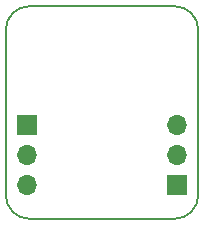
<source format=gbr>
G04 #@! TF.GenerationSoftware,KiCad,Pcbnew,5.1.6-c6e7f7d~86~ubuntu20.04.1*
G04 #@! TF.CreationDate,2020-05-17T01:14:59+03:00*
G04 #@! TF.ProjectId,BRK-SOT-23-6,42524b2d-534f-4542-9d32-332d362e6b69,v1.1*
G04 #@! TF.SameCoordinates,Original*
G04 #@! TF.FileFunction,Soldermask,Bot*
G04 #@! TF.FilePolarity,Negative*
%FSLAX46Y46*%
G04 Gerber Fmt 4.6, Leading zero omitted, Abs format (unit mm)*
G04 Created by KiCad (PCBNEW 5.1.6-c6e7f7d~86~ubuntu20.04.1) date 2020-05-17 01:14:59*
%MOMM*%
%LPD*%
G01*
G04 APERTURE LIST*
G04 #@! TA.AperFunction,Profile*
%ADD10C,0.150000*%
G04 #@! TD*
%ADD11O,1.700000X1.700000*%
%ADD12R,1.700000X1.700000*%
G04 APERTURE END LIST*
D10*
X53000000Y-68000000D02*
G75*
G02*
X51000000Y-66000000I0J2000000D01*
G01*
X67300000Y-66000000D02*
G75*
G02*
X65300000Y-68000000I-2000000J0D01*
G01*
X65300000Y-50000000D02*
G75*
G02*
X67300000Y-52000000I0J-2000000D01*
G01*
X51000000Y-52000000D02*
G75*
G02*
X53000000Y-50000000I2000000J0D01*
G01*
X65300000Y-68000000D02*
X53000000Y-68000000D01*
X67300000Y-52000000D02*
X67300000Y-66000000D01*
X53000000Y-50000000D02*
X65300000Y-50000000D01*
X51000000Y-66000000D02*
X51000000Y-52000000D01*
D11*
X65500000Y-60100000D03*
X65500000Y-62640000D03*
D12*
X65500000Y-65180000D03*
D11*
X52800000Y-65180000D03*
X52800000Y-62640000D03*
D12*
X52800000Y-60100000D03*
M02*

</source>
